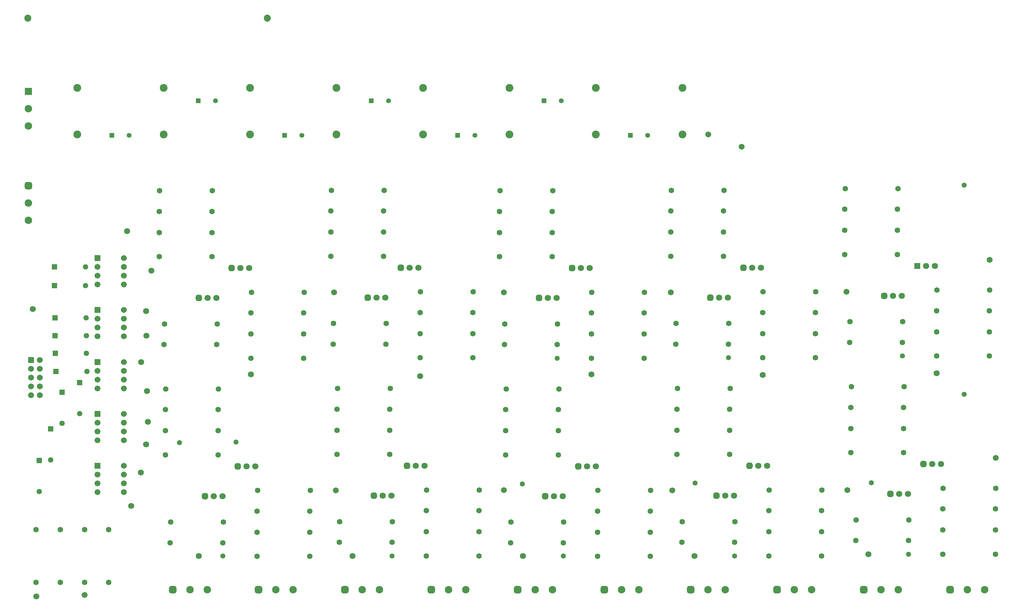
<source format=gbs>
G04*
G04 #@! TF.GenerationSoftware,Altium Limited,Altium Designer,20.0.10 (225)*
G04*
G04 Layer_Color=16711935*
%FSLAX25Y25*%
%MOIN*%
G70*
G01*
G75*
%ADD17C,0.06902*%
%ADD18C,0.06706*%
%ADD19C,0.06312*%
%ADD20C,0.08477*%
G04:AMPARAMS|DCode=21|XSize=84.77mil|YSize=84.77mil|CornerRadius=23.19mil|HoleSize=0mil|Usage=FLASHONLY|Rotation=270.000|XOffset=0mil|YOffset=0mil|HoleType=Round|Shape=RoundedRectangle|*
%AMROUNDEDRECTD21*
21,1,0.08477,0.03839,0,0,270.0*
21,1,0.03839,0.08477,0,0,270.0*
1,1,0.04639,-0.01919,-0.01919*
1,1,0.04639,-0.01919,0.01919*
1,1,0.04639,0.01919,0.01919*
1,1,0.04639,0.01919,-0.01919*
%
%ADD21ROUNDEDRECTD21*%
%ADD22R,0.06115X0.06115*%
%ADD23C,0.06115*%
%ADD24R,0.06115X0.06115*%
%ADD25R,0.05524X0.05524*%
%ADD26C,0.05524*%
%ADD27C,0.08871*%
%ADD28C,0.07981*%
%ADD29R,0.08477X0.08477*%
%ADD30R,0.06706X0.06706*%
%ADD31R,0.06706X0.06706*%
G04:AMPARAMS|DCode=32|XSize=84.77mil|YSize=84.77mil|CornerRadius=23.19mil|HoleSize=0mil|Usage=FLASHONLY|Rotation=0.000|XOffset=0mil|YOffset=0mil|HoleType=Round|Shape=RoundedRectangle|*
%AMROUNDEDRECTD32*
21,1,0.08477,0.03839,0,0,0.0*
21,1,0.03839,0.08477,0,0,0.0*
1,1,0.04639,0.01919,-0.01919*
1,1,0.04639,-0.01919,-0.01919*
1,1,0.04639,-0.01919,0.01919*
1,1,0.04639,0.01919,0.01919*
%
%ADD32ROUNDEDRECTD32*%
G04:AMPARAMS|DCode=33|XSize=70.99mil|YSize=70.99mil|CornerRadius=19.75mil|HoleSize=0mil|Usage=FLASHONLY|Rotation=90.000|XOffset=0mil|YOffset=0mil|HoleType=Round|Shape=RoundedRectangle|*
%AMROUNDEDRECTD33*
21,1,0.07099,0.03150,0,0,90.0*
21,1,0.03150,0.07099,0,0,90.0*
1,1,0.03950,0.01575,0.01575*
1,1,0.03950,0.01575,-0.01575*
1,1,0.03950,-0.01575,-0.01575*
1,1,0.03950,-0.01575,0.01575*
%
%ADD33ROUNDEDRECTD33*%
%ADD34C,0.07099*%
%ADD35R,0.07099X0.07099*%
%ADD36C,0.05800*%
D17*
X395500Y246000D02*
D03*
X406500Y284000D02*
D03*
X412500Y316000D02*
D03*
X414500Y341500D02*
D03*
X413500Y376500D02*
D03*
X407000Y409500D02*
D03*
X413000Y439500D02*
D03*
X412500Y467500D02*
D03*
X418500Y513500D02*
D03*
X391000Y558500D02*
D03*
X283500Y470000D02*
D03*
X287500Y143000D02*
D03*
X472500Y189000D02*
D03*
X647500D02*
D03*
X841500D02*
D03*
X1037000D02*
D03*
X1235000Y191000D02*
D03*
X1312500Y397000D02*
D03*
X1114500Y395000D02*
D03*
X919500Y395500D02*
D03*
X724500Y393500D02*
D03*
X532000Y395500D02*
D03*
D18*
X1090500Y654500D02*
D03*
X1052500Y668500D02*
D03*
X342500Y144500D02*
D03*
X1380000Y300500D02*
D03*
X1373000Y526000D02*
D03*
X1211000Y264000D02*
D03*
X1210000Y489500D02*
D03*
X1011500Y263500D02*
D03*
X1010000Y489000D02*
D03*
X820000Y264000D02*
D03*
Y489000D02*
D03*
X628500Y263500D02*
D03*
X626500Y489000D02*
D03*
X291534Y392000D02*
D03*
X281534D02*
D03*
X291534Y402000D02*
D03*
X281534D02*
D03*
X291534Y412000D02*
D03*
X281534Y382000D02*
D03*
Y372000D02*
D03*
X291534Y382000D02*
D03*
Y372000D02*
D03*
X357331Y281591D02*
D03*
Y271590D02*
D03*
Y261591D02*
D03*
X387331Y291590D02*
D03*
Y281591D02*
D03*
Y271590D02*
D03*
Y261591D02*
D03*
X357331Y340646D02*
D03*
Y330646D02*
D03*
Y320646D02*
D03*
X387331Y350646D02*
D03*
Y340646D02*
D03*
Y330646D02*
D03*
Y320646D02*
D03*
X357331Y458756D02*
D03*
Y448756D02*
D03*
Y438756D02*
D03*
X387331Y468756D02*
D03*
Y458756D02*
D03*
Y448756D02*
D03*
Y438756D02*
D03*
X357331Y399701D02*
D03*
Y389701D02*
D03*
Y379701D02*
D03*
X387331Y409701D02*
D03*
Y399701D02*
D03*
Y389701D02*
D03*
Y379701D02*
D03*
X357331Y517811D02*
D03*
Y507811D02*
D03*
Y497811D02*
D03*
X387331Y527811D02*
D03*
Y517811D02*
D03*
Y507811D02*
D03*
Y497811D02*
D03*
D19*
X287402Y158976D02*
D03*
Y218976D02*
D03*
X314961Y158976D02*
D03*
Y218976D02*
D03*
X342520Y158976D02*
D03*
Y218976D02*
D03*
X370079Y158976D02*
D03*
Y218976D02*
D03*
X440500Y227500D02*
D03*
X500500D02*
D03*
X440000Y204000D02*
D03*
X500000D02*
D03*
X494500Y304000D02*
D03*
X434500D02*
D03*
X494500Y331500D02*
D03*
X434500D02*
D03*
X494500Y355500D02*
D03*
X434500D02*
D03*
X495000Y379000D02*
D03*
X435000D02*
D03*
X599000Y240000D02*
D03*
X539000D02*
D03*
X599000Y216000D02*
D03*
X539000D02*
D03*
X599000Y188500D02*
D03*
X539000D02*
D03*
X731500Y189000D02*
D03*
X791500D02*
D03*
X731500Y216500D02*
D03*
X791500D02*
D03*
X731500Y240500D02*
D03*
X791500D02*
D03*
X732000Y264000D02*
D03*
X792000D02*
D03*
X630500Y379500D02*
D03*
X690500D02*
D03*
X630000Y356000D02*
D03*
X690000D02*
D03*
X630000Y332000D02*
D03*
X690000D02*
D03*
X630000Y304500D02*
D03*
X690000D02*
D03*
X692500Y204500D02*
D03*
X632500D02*
D03*
X693000Y228000D02*
D03*
X633000D02*
D03*
X1083000D02*
D03*
X1023000D02*
D03*
X1082500Y204500D02*
D03*
X1022500D02*
D03*
X1017000Y304500D02*
D03*
X1077000D02*
D03*
X1017000Y332000D02*
D03*
X1077000D02*
D03*
X1017000Y356000D02*
D03*
X1077000D02*
D03*
X1017500Y379500D02*
D03*
X1077500D02*
D03*
X1122000Y264000D02*
D03*
X1182000D02*
D03*
X1121500Y240500D02*
D03*
X1181500D02*
D03*
X1121500Y216500D02*
D03*
X1181500D02*
D03*
X1121500Y189000D02*
D03*
X1181500D02*
D03*
X926500Y188500D02*
D03*
X986500D02*
D03*
X926500Y216000D02*
D03*
X986500D02*
D03*
X926500Y240000D02*
D03*
X986500D02*
D03*
X927000Y263500D02*
D03*
X987000D02*
D03*
X822500Y379000D02*
D03*
X882500D02*
D03*
X822000Y355500D02*
D03*
X882000D02*
D03*
X822000Y331500D02*
D03*
X882000D02*
D03*
X822000Y304000D02*
D03*
X882000D02*
D03*
X887500Y204000D02*
D03*
X827500D02*
D03*
X888000Y227500D02*
D03*
X828000D02*
D03*
X539500Y263500D02*
D03*
X599500D02*
D03*
X1379500Y191000D02*
D03*
X1319500D02*
D03*
X1379500Y218500D02*
D03*
X1319500D02*
D03*
X1379500Y242500D02*
D03*
X1319500D02*
D03*
X1380000Y266000D02*
D03*
X1320000D02*
D03*
X1275500Y381500D02*
D03*
X1215500D02*
D03*
X1275000Y358000D02*
D03*
X1215000D02*
D03*
X1275000Y334000D02*
D03*
X1215000D02*
D03*
X1275000Y306500D02*
D03*
X1215000D02*
D03*
X1220500Y206500D02*
D03*
X1280500D02*
D03*
X1221000Y230000D02*
D03*
X1281000D02*
D03*
X1274000Y455500D02*
D03*
X1214000D02*
D03*
X1273500Y432000D02*
D03*
X1213500D02*
D03*
X1208000Y532000D02*
D03*
X1268000D02*
D03*
X1208000Y559500D02*
D03*
X1268000D02*
D03*
X1208000Y583500D02*
D03*
X1268000D02*
D03*
X1208500Y607000D02*
D03*
X1268500D02*
D03*
X1313000Y491500D02*
D03*
X1373000D02*
D03*
X1312500Y468000D02*
D03*
X1372500D02*
D03*
X1312500Y444000D02*
D03*
X1372500D02*
D03*
X1312500Y416500D02*
D03*
X1372500D02*
D03*
X592500Y489000D02*
D03*
X532500D02*
D03*
X821000Y453000D02*
D03*
X881000D02*
D03*
X820500Y429500D02*
D03*
X880500D02*
D03*
X875000Y529500D02*
D03*
X815000D02*
D03*
X875000Y557000D02*
D03*
X815000D02*
D03*
X875000Y581000D02*
D03*
X815000D02*
D03*
X875500Y604500D02*
D03*
X815500D02*
D03*
X980000Y489000D02*
D03*
X920000D02*
D03*
X979500Y465500D02*
D03*
X919500D02*
D03*
X979500Y441500D02*
D03*
X919500D02*
D03*
X979500Y414000D02*
D03*
X919500D02*
D03*
X1174500Y414500D02*
D03*
X1114500D02*
D03*
X1174500Y442000D02*
D03*
X1114500D02*
D03*
X1174500Y466000D02*
D03*
X1114500D02*
D03*
X1175000Y489500D02*
D03*
X1115000D02*
D03*
X1070500Y605000D02*
D03*
X1010500D02*
D03*
X1070000Y581500D02*
D03*
X1010000D02*
D03*
X1070000Y557500D02*
D03*
X1010000D02*
D03*
X1070000Y530000D02*
D03*
X1010000D02*
D03*
X1015500Y430000D02*
D03*
X1075500D02*
D03*
X1016000Y453500D02*
D03*
X1076000D02*
D03*
X626000D02*
D03*
X686000D02*
D03*
X625500Y430000D02*
D03*
X685500D02*
D03*
X683000Y530000D02*
D03*
X623000D02*
D03*
X683000Y557500D02*
D03*
X623000D02*
D03*
X683000Y581500D02*
D03*
X623000D02*
D03*
X683500Y605000D02*
D03*
X623500D02*
D03*
X785000Y489500D02*
D03*
X725000D02*
D03*
X784500Y466000D02*
D03*
X724500D02*
D03*
X784500Y442000D02*
D03*
X724500D02*
D03*
X784500Y414500D02*
D03*
X724500D02*
D03*
X532000Y414000D02*
D03*
X592000D02*
D03*
X532000Y441500D02*
D03*
X592000D02*
D03*
X532000Y465500D02*
D03*
X592000D02*
D03*
X428000Y604500D02*
D03*
X488000D02*
D03*
X427500Y581000D02*
D03*
X487500D02*
D03*
X427500Y557000D02*
D03*
X487500D02*
D03*
X427500Y529500D02*
D03*
X487500D02*
D03*
X493000Y429500D02*
D03*
X433000D02*
D03*
X493500Y453000D02*
D03*
X433500D02*
D03*
D20*
X278740Y590551D02*
D03*
Y570866D02*
D03*
X278728Y698000D02*
D03*
Y678315D02*
D03*
X953866Y150591D02*
D03*
X973551D02*
D03*
X1052291D02*
D03*
X1071976D02*
D03*
X1150716D02*
D03*
X1170401D02*
D03*
X1249142D02*
D03*
X1268827D02*
D03*
X1347567D02*
D03*
X1367252D02*
D03*
X875126D02*
D03*
X855441D02*
D03*
X776701D02*
D03*
X757016D02*
D03*
X678275D02*
D03*
X658591D02*
D03*
X579850D02*
D03*
X560165D02*
D03*
X482283D02*
D03*
X462598D02*
D03*
D21*
X278740Y610236D02*
D03*
D22*
X291000Y297716D02*
D03*
X304000Y333717D02*
D03*
X317000Y375217D02*
D03*
X337000Y386216D02*
D03*
D23*
X291000Y262283D02*
D03*
X304000Y298284D02*
D03*
X317000Y339784D02*
D03*
X337000Y350783D02*
D03*
X345216Y399000D02*
D03*
X344717Y419500D02*
D03*
X344500Y439500D02*
D03*
X344216Y460000D02*
D03*
X343717Y496500D02*
D03*
Y518000D02*
D03*
D24*
X309784Y399000D02*
D03*
X309283Y419500D02*
D03*
X309067Y439500D02*
D03*
X308784Y460000D02*
D03*
X308283Y496500D02*
D03*
Y518000D02*
D03*
D25*
X964067Y667476D02*
D03*
X865642Y706847D02*
D03*
X767216Y667476D02*
D03*
X668791Y706847D02*
D03*
X570366Y667476D02*
D03*
X471941Y706847D02*
D03*
X373516Y667476D02*
D03*
D26*
X983752D02*
D03*
X885327Y706847D02*
D03*
X786902Y667476D02*
D03*
X688476Y706847D02*
D03*
X590051Y667476D02*
D03*
X491626Y706847D02*
D03*
X393201Y667476D02*
D03*
D27*
X1023122Y668480D02*
D03*
Y721591D02*
D03*
X924697Y668480D02*
D03*
Y721591D02*
D03*
X530996Y668480D02*
D03*
Y721591D02*
D03*
X629421Y668480D02*
D03*
Y721591D02*
D03*
X826272Y668480D02*
D03*
Y721591D02*
D03*
X727846Y668480D02*
D03*
Y721591D02*
D03*
X432571Y668480D02*
D03*
Y721591D02*
D03*
X334146Y668480D02*
D03*
Y721591D02*
D03*
D28*
X550500Y801000D02*
D03*
X278000D02*
D03*
D29*
X278728Y717685D02*
D03*
D30*
X281534Y412000D02*
D03*
D31*
X357331Y291590D02*
D03*
Y350646D02*
D03*
Y468756D02*
D03*
Y409701D02*
D03*
Y527811D02*
D03*
D32*
X934181Y150591D02*
D03*
X1032606D02*
D03*
X1131032D02*
D03*
X1229457D02*
D03*
X1327882D02*
D03*
X835756D02*
D03*
X737331D02*
D03*
X638905D02*
D03*
X540480D02*
D03*
X442913D02*
D03*
D33*
X479500Y257000D02*
D03*
X517000Y291000D02*
D03*
X709500Y291500D02*
D03*
X672000Y257500D02*
D03*
X1062000D02*
D03*
X1099500Y291500D02*
D03*
X904500Y291000D02*
D03*
X867000Y257000D02*
D03*
X1297500Y293500D02*
D03*
X1260000Y259500D02*
D03*
X1253000Y485000D02*
D03*
X860000Y482500D02*
D03*
X897500Y516500D02*
D03*
X1092500Y517000D02*
D03*
X1055000Y483000D02*
D03*
X665000D02*
D03*
X702500Y517000D02*
D03*
X510000Y516500D02*
D03*
X472500Y482500D02*
D03*
D34*
X489500Y257000D02*
D03*
X499500D02*
D03*
X527000Y291000D02*
D03*
X537000D02*
D03*
X729500Y291500D02*
D03*
X719500D02*
D03*
X692000Y257500D02*
D03*
X682000D02*
D03*
X1082000D02*
D03*
X1072000D02*
D03*
X1119500Y291500D02*
D03*
X1109500D02*
D03*
X924500Y291000D02*
D03*
X914500D02*
D03*
X887000Y257000D02*
D03*
X877000D02*
D03*
X1307500Y293500D02*
D03*
X1317500D02*
D03*
X1270000Y259500D02*
D03*
X1280000D02*
D03*
X1273000Y485000D02*
D03*
X1263000D02*
D03*
X1310500Y519000D02*
D03*
X1300500D02*
D03*
X870000Y482500D02*
D03*
X880000D02*
D03*
X907500Y516500D02*
D03*
X917500D02*
D03*
X1102500Y517000D02*
D03*
X1112500D02*
D03*
X1065000Y483000D02*
D03*
X1075000D02*
D03*
X675000D02*
D03*
X685000D02*
D03*
X712500Y517000D02*
D03*
X722500D02*
D03*
X530000Y516500D02*
D03*
X520000D02*
D03*
X492500Y482500D02*
D03*
X482500D02*
D03*
D35*
X1290500Y519000D02*
D03*
D36*
X1238160Y272107D02*
D03*
X1037500Y272000D02*
D03*
X841000Y271000D02*
D03*
X1273500Y416500D02*
D03*
X1075500Y414500D02*
D03*
X880500Y414000D02*
D03*
X515000Y318500D02*
D03*
X450500Y318000D02*
D03*
X1280500Y191000D02*
D03*
X1082500Y189000D02*
D03*
X887500D02*
D03*
X692500D02*
D03*
X500000D02*
D03*
X1344000Y611000D02*
D03*
Y373000D02*
D03*
M02*

</source>
